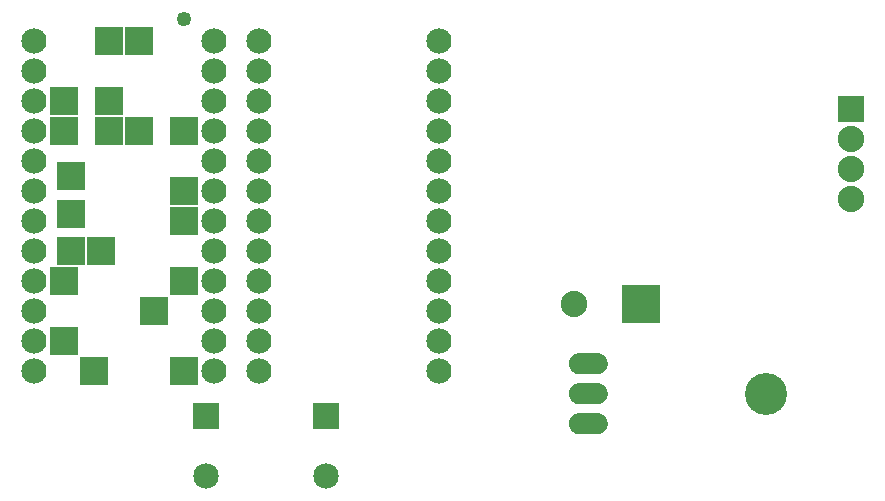
<source format=gts>
G04 MADE WITH FRITZING*
G04 WWW.FRITZING.ORG*
G04 DOUBLE SIDED*
G04 HOLES PLATED*
G04 CONTOUR ON CENTER OF CONTOUR VECTOR*
%ASAXBY*%
%FSLAX23Y23*%
%MOIN*%
%OFA0B0*%
%SFA1.0B1.0*%
%ADD10C,0.084000*%
%ADD11C,0.088000*%
%ADD12C,0.070000*%
%ADD13C,0.140000*%
%ADD14C,0.085000*%
%ADD15C,0.049370*%
%ADD16R,0.088000X0.088000*%
%ADD17R,0.085000X0.085000*%
%ADD18R,0.128110X0.128110*%
%ADD19R,0.093333X0.093465*%
%ADD20R,0.093465X0.093465*%
%ADD21R,0.001000X0.001000*%
%LNMASK1*%
G90*
G70*
G54D10*
X769Y1597D03*
X769Y1497D03*
X769Y1397D03*
X769Y1297D03*
X769Y1197D03*
X769Y1097D03*
X769Y997D03*
X769Y897D03*
X769Y797D03*
X769Y697D03*
X769Y597D03*
X769Y497D03*
X169Y497D03*
X169Y597D03*
X169Y697D03*
X169Y797D03*
X169Y897D03*
X169Y997D03*
X169Y1097D03*
X169Y1197D03*
X169Y1297D03*
X169Y1397D03*
X169Y1497D03*
X169Y1597D03*
X1519Y1597D03*
X1519Y1497D03*
X1519Y1397D03*
X1519Y1297D03*
X1519Y1197D03*
X1519Y1097D03*
X1519Y997D03*
X1519Y897D03*
X1519Y797D03*
X1519Y697D03*
X1519Y597D03*
X1519Y497D03*
X919Y497D03*
X919Y597D03*
X919Y697D03*
X919Y797D03*
X919Y897D03*
X919Y997D03*
X919Y1097D03*
X919Y1197D03*
X919Y1297D03*
X919Y1397D03*
X919Y1497D03*
X919Y1597D03*
G54D11*
X2894Y1372D03*
X2894Y1272D03*
X2894Y1172D03*
X2894Y1072D03*
G54D12*
X2019Y522D03*
X2019Y422D03*
X2019Y322D03*
G54D13*
X2609Y422D03*
G54D12*
X2019Y522D03*
X2019Y422D03*
X2019Y322D03*
G54D13*
X2609Y422D03*
G54D14*
X744Y347D03*
X744Y147D03*
X1144Y347D03*
X1144Y147D03*
G54D11*
X1969Y722D03*
G54D15*
X669Y1672D03*
G54D16*
X2894Y1372D03*
G54D17*
X744Y347D03*
X1144Y347D03*
G54D18*
X2194Y722D03*
G54D19*
X669Y797D03*
X269Y1397D03*
X394Y897D03*
X294Y897D03*
X294Y1147D03*
X294Y1022D03*
X419Y1397D03*
X519Y1297D03*
X669Y1297D03*
G54D20*
X419Y1297D03*
G54D19*
X269Y1297D03*
X669Y1097D03*
X669Y997D03*
X369Y497D03*
X669Y497D03*
X269Y597D03*
X519Y1597D03*
X419Y1597D03*
X569Y697D03*
X269Y797D03*
G54D21*
X1984Y557D02*
X2052Y557D01*
X1979Y556D02*
X2056Y556D01*
X1976Y555D02*
X2059Y555D01*
X1974Y554D02*
X2062Y554D01*
X1972Y553D02*
X2064Y553D01*
X1970Y552D02*
X2066Y552D01*
X1968Y551D02*
X2067Y551D01*
X1967Y550D02*
X2069Y550D01*
X1966Y549D02*
X2070Y549D01*
X1965Y548D02*
X2071Y548D01*
X1964Y547D02*
X2072Y547D01*
X1963Y546D02*
X2073Y546D01*
X1962Y545D02*
X2074Y545D01*
X1961Y544D02*
X2075Y544D01*
X1960Y543D02*
X2075Y543D01*
X1959Y542D02*
X2076Y542D01*
X1959Y541D02*
X2077Y541D01*
X1958Y540D02*
X2077Y540D01*
X1958Y539D02*
X2078Y539D01*
X1957Y538D02*
X2078Y538D01*
X1957Y537D02*
X2014Y537D01*
X2022Y537D02*
X2079Y537D01*
X1956Y536D02*
X2011Y536D01*
X2025Y536D02*
X2079Y536D01*
X1956Y535D02*
X2009Y535D01*
X2026Y535D02*
X2080Y535D01*
X1955Y534D02*
X2008Y534D01*
X2028Y534D02*
X2080Y534D01*
X1955Y533D02*
X2007Y533D01*
X2029Y533D02*
X2081Y533D01*
X1955Y532D02*
X2006Y532D01*
X2030Y532D02*
X2081Y532D01*
X1955Y531D02*
X2005Y531D01*
X2031Y531D02*
X2081Y531D01*
X1954Y530D02*
X2004Y530D01*
X2031Y530D02*
X2081Y530D01*
X1954Y529D02*
X2004Y529D01*
X2032Y529D02*
X2082Y529D01*
X1954Y528D02*
X2003Y528D01*
X2032Y528D02*
X2082Y528D01*
X1954Y527D02*
X2003Y527D01*
X2033Y527D02*
X2082Y527D01*
X1954Y526D02*
X2003Y526D01*
X2033Y526D02*
X2082Y526D01*
X1953Y525D02*
X2003Y525D01*
X2033Y525D02*
X2082Y525D01*
X1953Y524D02*
X2002Y524D01*
X2033Y524D02*
X2082Y524D01*
X1953Y523D02*
X2002Y523D01*
X2033Y523D02*
X2082Y523D01*
X1953Y522D02*
X2002Y522D01*
X2033Y522D02*
X2082Y522D01*
X1953Y521D02*
X2002Y521D01*
X2033Y521D02*
X2082Y521D01*
X1953Y520D02*
X2003Y520D01*
X2033Y520D02*
X2082Y520D01*
X1954Y519D02*
X2003Y519D01*
X2033Y519D02*
X2082Y519D01*
X1954Y518D02*
X2003Y518D01*
X2033Y518D02*
X2082Y518D01*
X1954Y517D02*
X2003Y517D01*
X2032Y517D02*
X2082Y517D01*
X1954Y516D02*
X2004Y516D01*
X2032Y516D02*
X2082Y516D01*
X1954Y515D02*
X2004Y515D01*
X2031Y515D02*
X2081Y515D01*
X1954Y514D02*
X2005Y514D01*
X2031Y514D02*
X2081Y514D01*
X1955Y513D02*
X2006Y513D01*
X2030Y513D02*
X2081Y513D01*
X1955Y512D02*
X2006Y512D01*
X2029Y512D02*
X2081Y512D01*
X1955Y511D02*
X2008Y511D01*
X2028Y511D02*
X2080Y511D01*
X1956Y510D02*
X2009Y510D01*
X2027Y510D02*
X2080Y510D01*
X1956Y509D02*
X2010Y509D01*
X2025Y509D02*
X2080Y509D01*
X1957Y508D02*
X2013Y508D01*
X2023Y508D02*
X2079Y508D01*
X1957Y507D02*
X2079Y507D01*
X1957Y506D02*
X2078Y506D01*
X1958Y505D02*
X2078Y505D01*
X1959Y504D02*
X2077Y504D01*
X1959Y503D02*
X2076Y503D01*
X1960Y502D02*
X2076Y502D01*
X1961Y501D02*
X2075Y501D01*
X1961Y500D02*
X2074Y500D01*
X1962Y499D02*
X2073Y499D01*
X1963Y498D02*
X2072Y498D01*
X1964Y497D02*
X2071Y497D01*
X1965Y496D02*
X2070Y496D01*
X1967Y495D02*
X2069Y495D01*
X1968Y494D02*
X2068Y494D01*
X1969Y493D02*
X2066Y493D01*
X1971Y492D02*
X2065Y492D01*
X1973Y491D02*
X2063Y491D01*
X1975Y490D02*
X2061Y490D01*
X1978Y489D02*
X2058Y489D01*
X1982Y488D02*
X2054Y488D01*
X1984Y457D02*
X2052Y457D01*
X1979Y456D02*
X2056Y456D01*
X1976Y455D02*
X2059Y455D01*
X1974Y454D02*
X2062Y454D01*
X1972Y453D02*
X2064Y453D01*
X1970Y452D02*
X2066Y452D01*
X1968Y451D02*
X2067Y451D01*
X1967Y450D02*
X2069Y450D01*
X1966Y449D02*
X2070Y449D01*
X1965Y448D02*
X2071Y448D01*
X1964Y447D02*
X2072Y447D01*
X1963Y446D02*
X2073Y446D01*
X1962Y445D02*
X2074Y445D01*
X1961Y444D02*
X2075Y444D01*
X1960Y443D02*
X2075Y443D01*
X1959Y442D02*
X2076Y442D01*
X1959Y441D02*
X2077Y441D01*
X1958Y440D02*
X2077Y440D01*
X1958Y439D02*
X2078Y439D01*
X1957Y438D02*
X2078Y438D01*
X1957Y437D02*
X2014Y437D01*
X2022Y437D02*
X2079Y437D01*
X1956Y436D02*
X2011Y436D01*
X2025Y436D02*
X2079Y436D01*
X1956Y435D02*
X2009Y435D01*
X2026Y435D02*
X2080Y435D01*
X1955Y434D02*
X2008Y434D01*
X2028Y434D02*
X2080Y434D01*
X1955Y433D02*
X2007Y433D01*
X2029Y433D02*
X2081Y433D01*
X1955Y432D02*
X2006Y432D01*
X2030Y432D02*
X2081Y432D01*
X1955Y431D02*
X2005Y431D01*
X2031Y431D02*
X2081Y431D01*
X1954Y430D02*
X2004Y430D01*
X2031Y430D02*
X2081Y430D01*
X1954Y429D02*
X2004Y429D01*
X2032Y429D02*
X2082Y429D01*
X1954Y428D02*
X2003Y428D01*
X2032Y428D02*
X2082Y428D01*
X1954Y427D02*
X2003Y427D01*
X2033Y427D02*
X2082Y427D01*
X1954Y426D02*
X2003Y426D01*
X2033Y426D02*
X2082Y426D01*
X1953Y425D02*
X2003Y425D01*
X2033Y425D02*
X2082Y425D01*
X1953Y424D02*
X2002Y424D01*
X2033Y424D02*
X2082Y424D01*
X1953Y423D02*
X2002Y423D01*
X2033Y423D02*
X2082Y423D01*
X1953Y422D02*
X2002Y422D01*
X2033Y422D02*
X2082Y422D01*
X1953Y421D02*
X2002Y421D01*
X2033Y421D02*
X2082Y421D01*
X1953Y420D02*
X2003Y420D01*
X2033Y420D02*
X2082Y420D01*
X1954Y419D02*
X2003Y419D01*
X2033Y419D02*
X2082Y419D01*
X1954Y418D02*
X2003Y418D01*
X2033Y418D02*
X2082Y418D01*
X1954Y417D02*
X2003Y417D01*
X2032Y417D02*
X2082Y417D01*
X1954Y416D02*
X2004Y416D01*
X2032Y416D02*
X2082Y416D01*
X1954Y415D02*
X2004Y415D01*
X2031Y415D02*
X2081Y415D01*
X1954Y414D02*
X2005Y414D01*
X2031Y414D02*
X2081Y414D01*
X1955Y413D02*
X2006Y413D01*
X2030Y413D02*
X2081Y413D01*
X1955Y412D02*
X2006Y412D01*
X2029Y412D02*
X2081Y412D01*
X1955Y411D02*
X2008Y411D01*
X2028Y411D02*
X2080Y411D01*
X1956Y410D02*
X2009Y410D01*
X2027Y410D02*
X2080Y410D01*
X1956Y409D02*
X2010Y409D01*
X2025Y409D02*
X2080Y409D01*
X1957Y408D02*
X2013Y408D01*
X2023Y408D02*
X2079Y408D01*
X1957Y407D02*
X2079Y407D01*
X1957Y406D02*
X2078Y406D01*
X1958Y405D02*
X2078Y405D01*
X1959Y404D02*
X2077Y404D01*
X1959Y403D02*
X2076Y403D01*
X1960Y402D02*
X2076Y402D01*
X1961Y401D02*
X2075Y401D01*
X1961Y400D02*
X2074Y400D01*
X1962Y399D02*
X2073Y399D01*
X1963Y398D02*
X2072Y398D01*
X1964Y397D02*
X2071Y397D01*
X1965Y396D02*
X2070Y396D01*
X1967Y395D02*
X2069Y395D01*
X1968Y394D02*
X2068Y394D01*
X1969Y393D02*
X2066Y393D01*
X1971Y392D02*
X2065Y392D01*
X1973Y391D02*
X2063Y391D01*
X1975Y390D02*
X2060Y390D01*
X1978Y389D02*
X2058Y389D01*
X1982Y388D02*
X2054Y388D01*
X1984Y357D02*
X2052Y357D01*
X1979Y356D02*
X2056Y356D01*
X1976Y355D02*
X2060Y355D01*
X1974Y354D02*
X2062Y354D01*
X1972Y353D02*
X2064Y353D01*
X1970Y352D02*
X2066Y352D01*
X1968Y351D02*
X2067Y351D01*
X1967Y350D02*
X2069Y350D01*
X1966Y349D02*
X2070Y349D01*
X1965Y348D02*
X2071Y348D01*
X1964Y347D02*
X2072Y347D01*
X1963Y346D02*
X2073Y346D01*
X1962Y345D02*
X2074Y345D01*
X1961Y344D02*
X2075Y344D01*
X1960Y343D02*
X2075Y343D01*
X1959Y342D02*
X2076Y342D01*
X1959Y341D02*
X2077Y341D01*
X1958Y340D02*
X2077Y340D01*
X1958Y339D02*
X2078Y339D01*
X1957Y338D02*
X2078Y338D01*
X1957Y337D02*
X2014Y337D01*
X2022Y337D02*
X2079Y337D01*
X1956Y336D02*
X2011Y336D01*
X2025Y336D02*
X2079Y336D01*
X1956Y335D02*
X2009Y335D01*
X2026Y335D02*
X2080Y335D01*
X1955Y334D02*
X2008Y334D01*
X2028Y334D02*
X2080Y334D01*
X1955Y333D02*
X2007Y333D01*
X2029Y333D02*
X2081Y333D01*
X1955Y332D02*
X2006Y332D01*
X2030Y332D02*
X2081Y332D01*
X1955Y331D02*
X2005Y331D01*
X2031Y331D02*
X2081Y331D01*
X1954Y330D02*
X2004Y330D01*
X2031Y330D02*
X2081Y330D01*
X1954Y329D02*
X2004Y329D01*
X2032Y329D02*
X2082Y329D01*
X1954Y328D02*
X2003Y328D01*
X2032Y328D02*
X2082Y328D01*
X1954Y327D02*
X2003Y327D01*
X2033Y327D02*
X2082Y327D01*
X1954Y326D02*
X2003Y326D01*
X2033Y326D02*
X2082Y326D01*
X1953Y325D02*
X2003Y325D01*
X2033Y325D02*
X2082Y325D01*
X1953Y324D02*
X2002Y324D01*
X2033Y324D02*
X2082Y324D01*
X1953Y323D02*
X2002Y323D01*
X2033Y323D02*
X2082Y323D01*
X1953Y322D02*
X2002Y322D01*
X2033Y322D02*
X2082Y322D01*
X1953Y321D02*
X2002Y321D01*
X2033Y321D02*
X2082Y321D01*
X1953Y320D02*
X2003Y320D01*
X2033Y320D02*
X2082Y320D01*
X1954Y319D02*
X2003Y319D01*
X2033Y319D02*
X2082Y319D01*
X1954Y318D02*
X2003Y318D01*
X2033Y318D02*
X2082Y318D01*
X1954Y317D02*
X2003Y317D01*
X2032Y317D02*
X2082Y317D01*
X1954Y316D02*
X2004Y316D01*
X2032Y316D02*
X2082Y316D01*
X1954Y315D02*
X2004Y315D01*
X2031Y315D02*
X2081Y315D01*
X1954Y314D02*
X2005Y314D01*
X2031Y314D02*
X2081Y314D01*
X1955Y313D02*
X2006Y313D01*
X2030Y313D02*
X2081Y313D01*
X1955Y312D02*
X2006Y312D01*
X2029Y312D02*
X2081Y312D01*
X1955Y311D02*
X2008Y311D01*
X2028Y311D02*
X2080Y311D01*
X1956Y310D02*
X2009Y310D01*
X2027Y310D02*
X2080Y310D01*
X1956Y309D02*
X2010Y309D01*
X2025Y309D02*
X2080Y309D01*
X1957Y308D02*
X2013Y308D01*
X2023Y308D02*
X2079Y308D01*
X1957Y307D02*
X2079Y307D01*
X1957Y306D02*
X2078Y306D01*
X1958Y305D02*
X2078Y305D01*
X1959Y304D02*
X2077Y304D01*
X1959Y303D02*
X2076Y303D01*
X1960Y302D02*
X2076Y302D01*
X1961Y301D02*
X2075Y301D01*
X1961Y300D02*
X2074Y300D01*
X1962Y299D02*
X2073Y299D01*
X1963Y298D02*
X2072Y298D01*
X1964Y297D02*
X2071Y297D01*
X1965Y296D02*
X2070Y296D01*
X1967Y295D02*
X2069Y295D01*
X1968Y294D02*
X2068Y294D01*
X1969Y293D02*
X2066Y293D01*
X1971Y292D02*
X2065Y292D01*
X1973Y291D02*
X2063Y291D01*
X1975Y290D02*
X2060Y290D01*
X1978Y289D02*
X2058Y289D01*
X1982Y288D02*
X2054Y288D01*
D02*
G04 End of Mask1*
M02*
</source>
